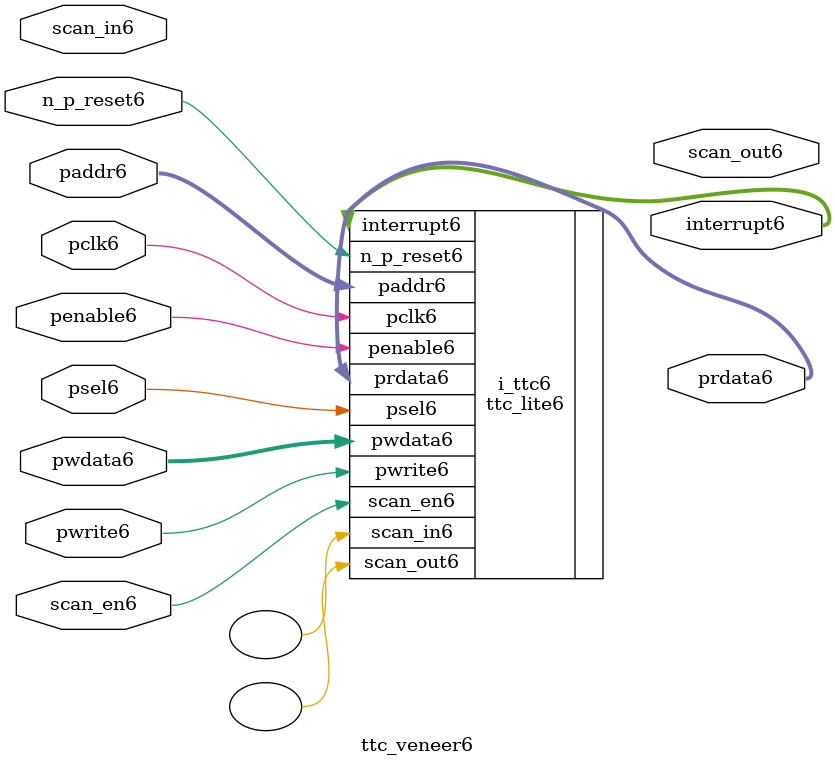
<source format=v>
module ttc_veneer6 (
           
           //inputs6
           n_p_reset6,
           pclk6,
           psel6,
           penable6,
           pwrite6,
           pwdata6,
           paddr6,
           scan_in6,
           scan_en6,

           //outputs6
           prdata6,
           interrupt6,
           scan_out6           

           );


//-----------------------------------------------------------------------------
// PORT DECLARATIONS6
//-----------------------------------------------------------------------------

   input         n_p_reset6;            //System6 Reset6
   input         pclk6;                 //System6 clock6
   input         psel6;                 //Select6 line
   input         penable6;              //Enable6
   input         pwrite6;               //Write line, 1 for write, 0 for read
   input [31:0]  pwdata6;               //Write data
   input [7:0]   paddr6;                //Address Bus6 register
   input         scan_in6;              //Scan6 chain6 input port
   input         scan_en6;              //Scan6 chain6 enable port
   
   output [31:0] prdata6;               //Read Data from the APB6 Interface6
   output [3:1]  interrupt6;            //Interrupt6 from PCI6 
   output        scan_out6;             //Scan6 chain6 output port

//##############################################################################
// if the TTC6 is NOT6 black6 boxed6 
//##############################################################################
`ifndef FV_KIT_BLACK_BOX_TTC6 

ttc_lite6 i_ttc6(

   //inputs6
   .n_p_reset6(n_p_reset6),
   .pclk6(pclk6),
   .psel6(psel6),
   .penable6(penable6),
   .pwrite6(pwrite6),
   .pwdata6(pwdata6),
   .paddr6(paddr6),
   .scan_in6(),
   .scan_en6(scan_en6),

   //outputs6
   .prdata6(prdata6),
   .interrupt6(interrupt6),
   .scan_out6()
);

`else 
//##############################################################################
// if the TTC6 is black6 boxed6 
//##############################################################################

   wire          n_p_reset6;            //System6 Reset6
   wire          pclk6;                 //System6 clock6
   wire          psel6;                 //Select6 line
   wire          penable6;              //Enable6
   wire          pwrite6;               //Write line, 1 for write, 0 for read
   wire  [31:0]  pwdata6;               //Write data
   wire  [7:0]   paddr6;                //Address Bus6 register
   wire          scan_in6;              //Scan6 chain6 wire  port
   wire          scan_en6;              //Scan6 chain6 enable port
   
   reg    [31:0] prdata6;               //Read Data from the APB6 Interface6
   reg    [3:1]  interrupt6;            //Interrupt6 from PCI6 
   reg           scan_out6;             //Scan6 chain6 reg    port

`endif
//##############################################################################
// black6 boxed6 defines6 
//##############################################################################

endmodule

</source>
